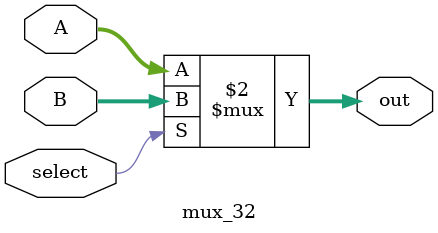
<source format=v>
module mux_32(
    input wire [31:0] A, B,
    input wire select,
    output wire [31:0] out
);

assign out = (select == 1'b1) ? B : A;

endmodule
</source>
